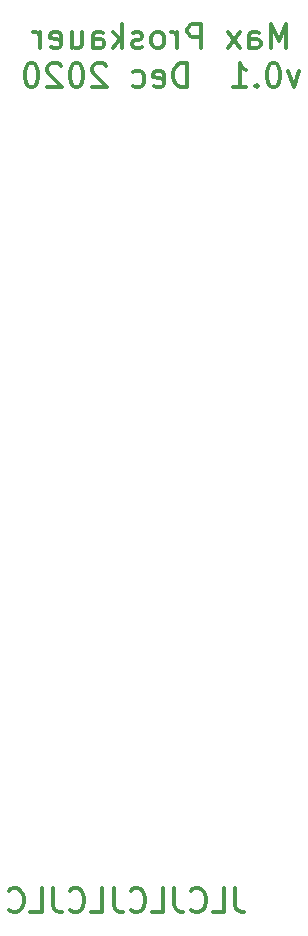
<source format=gbr>
G04 #@! TF.GenerationSoftware,KiCad,Pcbnew,(5.1.4)-1*
G04 #@! TF.CreationDate,2020-12-21T14:05:13-05:00*
G04 #@! TF.ProjectId,vocoder_faceplate,766f636f-6465-4725-9f66-616365706c61,rev?*
G04 #@! TF.SameCoordinates,Original*
G04 #@! TF.FileFunction,Legend,Bot*
G04 #@! TF.FilePolarity,Positive*
%FSLAX46Y46*%
G04 Gerber Fmt 4.6, Leading zero omitted, Abs format (unit mm)*
G04 Created by KiCad (PCBNEW (5.1.4)-1) date 2020-12-21 14:05:13*
%MOMM*%
%LPD*%
G04 APERTURE LIST*
%ADD10C,0.300000*%
G04 APERTURE END LIST*
D10*
X138571428Y-73254761D02*
X138571428Y-71254761D01*
X137904761Y-72683333D01*
X137238095Y-71254761D01*
X137238095Y-73254761D01*
X135428571Y-73254761D02*
X135428571Y-72207142D01*
X135523809Y-72016666D01*
X135714285Y-71921428D01*
X136095238Y-71921428D01*
X136285714Y-72016666D01*
X135428571Y-73159523D02*
X135619047Y-73254761D01*
X136095238Y-73254761D01*
X136285714Y-73159523D01*
X136380952Y-72969047D01*
X136380952Y-72778571D01*
X136285714Y-72588095D01*
X136095238Y-72492857D01*
X135619047Y-72492857D01*
X135428571Y-72397619D01*
X134666666Y-73254761D02*
X133619047Y-71921428D01*
X134666666Y-71921428D02*
X133619047Y-73254761D01*
X131333333Y-73254761D02*
X131333333Y-71254761D01*
X130571428Y-71254761D01*
X130380952Y-71350000D01*
X130285714Y-71445238D01*
X130190476Y-71635714D01*
X130190476Y-71921428D01*
X130285714Y-72111904D01*
X130380952Y-72207142D01*
X130571428Y-72302380D01*
X131333333Y-72302380D01*
X129333333Y-73254761D02*
X129333333Y-71921428D01*
X129333333Y-72302380D02*
X129238095Y-72111904D01*
X129142857Y-72016666D01*
X128952380Y-71921428D01*
X128761904Y-71921428D01*
X127809523Y-73254761D02*
X128000000Y-73159523D01*
X128095238Y-73064285D01*
X128190476Y-72873809D01*
X128190476Y-72302380D01*
X128095238Y-72111904D01*
X128000000Y-72016666D01*
X127809523Y-71921428D01*
X127523809Y-71921428D01*
X127333333Y-72016666D01*
X127238095Y-72111904D01*
X127142857Y-72302380D01*
X127142857Y-72873809D01*
X127238095Y-73064285D01*
X127333333Y-73159523D01*
X127523809Y-73254761D01*
X127809523Y-73254761D01*
X126380952Y-73159523D02*
X126190476Y-73254761D01*
X125809523Y-73254761D01*
X125619047Y-73159523D01*
X125523809Y-72969047D01*
X125523809Y-72873809D01*
X125619047Y-72683333D01*
X125809523Y-72588095D01*
X126095238Y-72588095D01*
X126285714Y-72492857D01*
X126380952Y-72302380D01*
X126380952Y-72207142D01*
X126285714Y-72016666D01*
X126095238Y-71921428D01*
X125809523Y-71921428D01*
X125619047Y-72016666D01*
X124666666Y-73254761D02*
X124666666Y-71254761D01*
X124476190Y-72492857D02*
X123904761Y-73254761D01*
X123904761Y-71921428D02*
X124666666Y-72683333D01*
X122190476Y-73254761D02*
X122190476Y-72207142D01*
X122285714Y-72016666D01*
X122476190Y-71921428D01*
X122857142Y-71921428D01*
X123047619Y-72016666D01*
X122190476Y-73159523D02*
X122380952Y-73254761D01*
X122857142Y-73254761D01*
X123047619Y-73159523D01*
X123142857Y-72969047D01*
X123142857Y-72778571D01*
X123047619Y-72588095D01*
X122857142Y-72492857D01*
X122380952Y-72492857D01*
X122190476Y-72397619D01*
X120380952Y-71921428D02*
X120380952Y-73254761D01*
X121238095Y-71921428D02*
X121238095Y-72969047D01*
X121142857Y-73159523D01*
X120952380Y-73254761D01*
X120666666Y-73254761D01*
X120476190Y-73159523D01*
X120380952Y-73064285D01*
X118666666Y-73159523D02*
X118857142Y-73254761D01*
X119238095Y-73254761D01*
X119428571Y-73159523D01*
X119523809Y-72969047D01*
X119523809Y-72207142D01*
X119428571Y-72016666D01*
X119238095Y-71921428D01*
X118857142Y-71921428D01*
X118666666Y-72016666D01*
X118571428Y-72207142D01*
X118571428Y-72397619D01*
X119523809Y-72588095D01*
X117714285Y-73254761D02*
X117714285Y-71921428D01*
X117714285Y-72302380D02*
X117619047Y-72111904D01*
X117523809Y-72016666D01*
X117333333Y-71921428D01*
X117142857Y-71921428D01*
X139666666Y-75221428D02*
X139190476Y-76554761D01*
X138714285Y-75221428D01*
X137571428Y-74554761D02*
X137380952Y-74554761D01*
X137190476Y-74650000D01*
X137095238Y-74745238D01*
X137000000Y-74935714D01*
X136904761Y-75316666D01*
X136904761Y-75792857D01*
X137000000Y-76173809D01*
X137095238Y-76364285D01*
X137190476Y-76459523D01*
X137380952Y-76554761D01*
X137571428Y-76554761D01*
X137761904Y-76459523D01*
X137857142Y-76364285D01*
X137952380Y-76173809D01*
X138047619Y-75792857D01*
X138047619Y-75316666D01*
X137952380Y-74935714D01*
X137857142Y-74745238D01*
X137761904Y-74650000D01*
X137571428Y-74554761D01*
X136047619Y-76364285D02*
X135952380Y-76459523D01*
X136047619Y-76554761D01*
X136142857Y-76459523D01*
X136047619Y-76364285D01*
X136047619Y-76554761D01*
X134047619Y-76554761D02*
X135190476Y-76554761D01*
X134619047Y-76554761D02*
X134619047Y-74554761D01*
X134809523Y-74840476D01*
X135000000Y-75030952D01*
X135190476Y-75126190D01*
X130142857Y-76554761D02*
X130142857Y-74554761D01*
X129666666Y-74554761D01*
X129380952Y-74650000D01*
X129190476Y-74840476D01*
X129095238Y-75030952D01*
X129000000Y-75411904D01*
X129000000Y-75697619D01*
X129095238Y-76078571D01*
X129190476Y-76269047D01*
X129380952Y-76459523D01*
X129666666Y-76554761D01*
X130142857Y-76554761D01*
X127380952Y-76459523D02*
X127571428Y-76554761D01*
X127952380Y-76554761D01*
X128142857Y-76459523D01*
X128238095Y-76269047D01*
X128238095Y-75507142D01*
X128142857Y-75316666D01*
X127952380Y-75221428D01*
X127571428Y-75221428D01*
X127380952Y-75316666D01*
X127285714Y-75507142D01*
X127285714Y-75697619D01*
X128238095Y-75888095D01*
X125571428Y-76459523D02*
X125761904Y-76554761D01*
X126142857Y-76554761D01*
X126333333Y-76459523D01*
X126428571Y-76364285D01*
X126523809Y-76173809D01*
X126523809Y-75602380D01*
X126428571Y-75411904D01*
X126333333Y-75316666D01*
X126142857Y-75221428D01*
X125761904Y-75221428D01*
X125571428Y-75316666D01*
X123285714Y-74745238D02*
X123190476Y-74650000D01*
X123000000Y-74554761D01*
X122523809Y-74554761D01*
X122333333Y-74650000D01*
X122238095Y-74745238D01*
X122142857Y-74935714D01*
X122142857Y-75126190D01*
X122238095Y-75411904D01*
X123380952Y-76554761D01*
X122142857Y-76554761D01*
X120904761Y-74554761D02*
X120714285Y-74554761D01*
X120523809Y-74650000D01*
X120428571Y-74745238D01*
X120333333Y-74935714D01*
X120238095Y-75316666D01*
X120238095Y-75792857D01*
X120333333Y-76173809D01*
X120428571Y-76364285D01*
X120523809Y-76459523D01*
X120714285Y-76554761D01*
X120904761Y-76554761D01*
X121095238Y-76459523D01*
X121190476Y-76364285D01*
X121285714Y-76173809D01*
X121380952Y-75792857D01*
X121380952Y-75316666D01*
X121285714Y-74935714D01*
X121190476Y-74745238D01*
X121095238Y-74650000D01*
X120904761Y-74554761D01*
X119476190Y-74745238D02*
X119380952Y-74650000D01*
X119190476Y-74554761D01*
X118714285Y-74554761D01*
X118523809Y-74650000D01*
X118428571Y-74745238D01*
X118333333Y-74935714D01*
X118333333Y-75126190D01*
X118428571Y-75411904D01*
X119571428Y-76554761D01*
X118333333Y-76554761D01*
X117095238Y-74554761D02*
X116904761Y-74554761D01*
X116714285Y-74650000D01*
X116619047Y-74745238D01*
X116523809Y-74935714D01*
X116428571Y-75316666D01*
X116428571Y-75792857D01*
X116523809Y-76173809D01*
X116619047Y-76364285D01*
X116714285Y-76459523D01*
X116904761Y-76554761D01*
X117095238Y-76554761D01*
X117285714Y-76459523D01*
X117380952Y-76364285D01*
X117476190Y-76173809D01*
X117571428Y-75792857D01*
X117571428Y-75316666D01*
X117476190Y-74935714D01*
X117380952Y-74745238D01*
X117285714Y-74650000D01*
X117095238Y-74554761D01*
X134238095Y-144404761D02*
X134238095Y-145833333D01*
X134333333Y-146119047D01*
X134523809Y-146309523D01*
X134809523Y-146404761D01*
X135000000Y-146404761D01*
X132333333Y-146404761D02*
X133285714Y-146404761D01*
X133285714Y-144404761D01*
X130523809Y-146214285D02*
X130619047Y-146309523D01*
X130904761Y-146404761D01*
X131095238Y-146404761D01*
X131380952Y-146309523D01*
X131571428Y-146119047D01*
X131666666Y-145928571D01*
X131761904Y-145547619D01*
X131761904Y-145261904D01*
X131666666Y-144880952D01*
X131571428Y-144690476D01*
X131380952Y-144500000D01*
X131095238Y-144404761D01*
X130904761Y-144404761D01*
X130619047Y-144500000D01*
X130523809Y-144595238D01*
X129095238Y-144404761D02*
X129095238Y-145833333D01*
X129190476Y-146119047D01*
X129380952Y-146309523D01*
X129666666Y-146404761D01*
X129857142Y-146404761D01*
X127190476Y-146404761D02*
X128142857Y-146404761D01*
X128142857Y-144404761D01*
X125380952Y-146214285D02*
X125476190Y-146309523D01*
X125761904Y-146404761D01*
X125952380Y-146404761D01*
X126238095Y-146309523D01*
X126428571Y-146119047D01*
X126523809Y-145928571D01*
X126619047Y-145547619D01*
X126619047Y-145261904D01*
X126523809Y-144880952D01*
X126428571Y-144690476D01*
X126238095Y-144500000D01*
X125952380Y-144404761D01*
X125761904Y-144404761D01*
X125476190Y-144500000D01*
X125380952Y-144595238D01*
X123952380Y-144404761D02*
X123952380Y-145833333D01*
X124047619Y-146119047D01*
X124238095Y-146309523D01*
X124523809Y-146404761D01*
X124714285Y-146404761D01*
X122047619Y-146404761D02*
X123000000Y-146404761D01*
X123000000Y-144404761D01*
X120238095Y-146214285D02*
X120333333Y-146309523D01*
X120619047Y-146404761D01*
X120809523Y-146404761D01*
X121095238Y-146309523D01*
X121285714Y-146119047D01*
X121380952Y-145928571D01*
X121476190Y-145547619D01*
X121476190Y-145261904D01*
X121380952Y-144880952D01*
X121285714Y-144690476D01*
X121095238Y-144500000D01*
X120809523Y-144404761D01*
X120619047Y-144404761D01*
X120333333Y-144500000D01*
X120238095Y-144595238D01*
X118809523Y-144404761D02*
X118809523Y-145833333D01*
X118904761Y-146119047D01*
X119095238Y-146309523D01*
X119380952Y-146404761D01*
X119571428Y-146404761D01*
X116904761Y-146404761D02*
X117857142Y-146404761D01*
X117857142Y-144404761D01*
X115095238Y-146214285D02*
X115190476Y-146309523D01*
X115476190Y-146404761D01*
X115666666Y-146404761D01*
X115952380Y-146309523D01*
X116142857Y-146119047D01*
X116238095Y-145928571D01*
X116333333Y-145547619D01*
X116333333Y-145261904D01*
X116238095Y-144880952D01*
X116142857Y-144690476D01*
X115952380Y-144500000D01*
X115666666Y-144404761D01*
X115476190Y-144404761D01*
X115190476Y-144500000D01*
X115095238Y-144595238D01*
M02*

</source>
